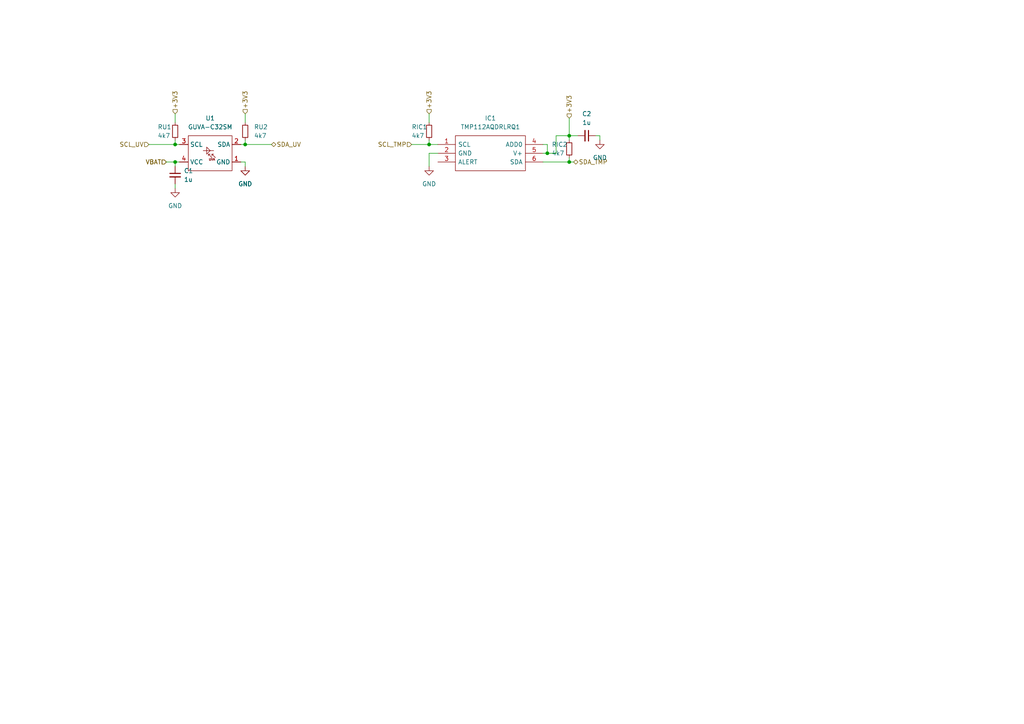
<source format=kicad_sch>
(kicad_sch (version 20211123) (generator eeschema)
  (paper "A4")
  (lib_symbols
    (symbol "Device:C_Small" (pin_numbers hide) (pin_names (offset 0.254) hide)
      (property "Reference" "C" (at 0.254 1.778 0))
      (property "Value" "C_Small" (at 0.254 -2.032 0))
      (symbol "C_Small_0_1"
        (polyline (pts (xy -1.524 -0.508) (xy 1.524 -0.508)) (stroke (width 0.3302)))
        (polyline (pts (xy -1.524 0.508) (xy 1.524 0.508)) (stroke (width 0.3048)))
      )
      (symbol "C_Small_1_1"
        (pin passive line (at 0 2.54 270) (length 2.032) (name "~") (number "1"))
        (pin passive line (at 0 -2.54 90) (length 2.032) (name "~") (number "2"))
      )
    )
    (symbol "Device:R_Small" (pin_numbers hide) (pin_names (offset 0.254) hide)
      (property "Reference" "R" (at 0.762 0.508 0))
      (property "Value" "R_Small" (at 0.762 -1.016 0))
      (symbol "R_Small_0_1"
        (rectangle (start -0.762 1.778) (end 0.762 -1.778) (stroke (width 0.2032)))
      )
      (symbol "R_Small_1_1"
        (pin passive line (at 0 2.54 270) (length 0.762) (name "~") (number "1"))
        (pin passive line (at 0 -2.54 90) (length 0.762) (name "~") (number "2"))
      )
    )
    (symbol "SamacSys:TMP112AQDRLRQ1" (pin_names (offset 0.762))
      (property "Reference" "IC" (at 26.67 7.62 0))
      (property "Value" "TMP112AQDRLRQ1" (at 26.67 5.08 0))
      (symbol "TMP112AQDRLRQ1_0_0"
        (pin passive line (at 0 0 0) (length 5.08) (name "SCL") (number "1"))
        (pin passive line (at 0 -2.54 0) (length 5.08) (name "GND") (number "2"))
        (pin passive line (at 0 -5.08 0) (length 5.08) (name "ALERT") (number "3"))
        (pin passive line (at 30.48 0 180) (length 5.08) (name "ADD0") (number "4"))
        (pin passive line (at 30.48 -2.54 180) (length 5.08) (name "V+") (number "5"))
        (pin passive line (at 30.48 -5.08 180) (length 5.08) (name "SDA") (number "6"))
      )
      (symbol "TMP112AQDRLRQ1_0_1"
        (polyline (pts (xy 5.08 2.54) (xy 25.4 2.54) (xy 25.4 -7.62) (xy 5.08 -7.62) (xy 5.08 2.54)) (stroke (width 0.1524)))
      )
    )
    (symbol "USER_Optic:GUVA-C32SM"
      (property "Reference" "U" (at 0 8.89 0))
      (property "Value" "GUVA-C32SM" (at 0 6.35 0))
      (symbol "GUVA-C32SM_0_0"
        (polyline (pts (xy -0.508 0.254) (xy -1.524 1.27)))
        (polyline (pts (xy 0.508 0.254) (xy -0.508 1.27)))
        (polyline (pts (xy -0.508 0.762) (xy -0.508 0.254) (xy -1.016 0.254)))
        (polyline (pts (xy 0 0.254) (xy 0.508 0.254) (xy 0.508 0.762)))
        (text "UVA" (at -0.508 1.778 0) (effects (font (size 0.635 0.635))))
      )
      (symbol "GUVA-C32SM_0_1"
        (rectangle (start -6.35 5.08) (end 6.35 -5.08))
        (polyline (pts (xy -1.016 -0.762) (xy 2.032 -0.762)))
        (polyline (pts (xy 1.016 -1.778) (xy 0 -0.762)))
        (polyline (pts (xy 0 -0.762) (xy 1.016 0.254) (xy 1.016 -1.778)))
      )
      (symbol "GUVA-C32SM_1_1"
        (pin power_in line (at -8.89 2.54 0) (length 2.54) (name "GND") (number "1"))
        (pin bidirectional line (at -8.89 -2.54 0) (length 2.54) (name "SDA") (number "2"))
        (pin input line (at 8.89 -2.54 180) (length 2.54) (name "SCL") (number "3"))
        (pin power_in line (at 8.89 2.54 180) (length 2.54) (name "VCC") (number "4"))
      )
    )
    (symbol "power:GND" (power) (pin_names (offset 0))
      (property "Value" "GND" (at 0 -3.81 0))
      (symbol "GND_0_1"
        (polyline (pts (xy 0 0) (xy 0 -1.27) (xy 1.27 -1.27) (xy 0 -2.54) (xy -1.27 -1.27) (xy 0 -1.27)))
      )
      (symbol "GND_1_1"
        (pin power_in line (at 0 0 270) (length 0) hide (name "GND") (number "1"))
      )
    )
  )
  (junction (at 158.75 44.45))
  (junction (at 165.1 39.37))
  (junction (at 71.12 41.91))
  (junction (at 124.46 41.91))
  (junction (at 165.1 46.99))
  (junction (at 50.8 41.91))
  (junction (at 50.8 46.99))
  (wire (pts (xy 50.8 53.34) (xy 50.8 54.61)))
  (wire (pts (xy 71.12 33.02) (xy 71.12 35.56)))
  (wire (pts (xy 50.8 46.99) (xy 52.07 46.99)))
  (wire (pts (xy 157.48 44.45) (xy 158.75 44.45)))
  (wire (pts (xy 48.26 46.99) (xy 50.8 46.99)))
  (wire (pts (xy 165.1 45.72) (xy 165.1 46.99)))
  (wire (pts (xy 71.12 40.64) (xy 71.12 41.91)))
  (wire (pts (xy 124.46 41.91) (xy 127 41.91)))
  (wire (pts (xy 71.12 41.91) (xy 78.74 41.91)))
  (wire (pts (xy 157.48 41.91) (xy 158.75 41.91)))
  (wire (pts (xy 165.1 39.37) (xy 167.64 39.37)))
  (wire (pts (xy 119.38 41.91) (xy 124.46 41.91)))
  (wire (pts (xy 166.37 46.99) (xy 165.1 46.99)))
  (wire (pts (xy 50.8 33.02) (xy 50.8 35.56)))
  (wire (pts (xy 124.46 40.64) (xy 124.46 41.91)))
  (wire (pts (xy 69.85 46.99) (xy 71.12 46.99)))
  (wire (pts (xy 124.46 33.02) (xy 124.46 35.56)))
  (wire (pts (xy 161.29 44.45) (xy 161.29 39.37)))
  (wire (pts (xy 165.1 46.99) (xy 157.48 46.99)))
  (wire (pts (xy 50.8 41.91) (xy 52.07 41.91)))
  (wire (pts (xy 172.72 39.37) (xy 173.99 39.37)))
  (wire (pts (xy 158.75 41.91) (xy 158.75 44.45)))
  (wire (pts (xy 50.8 46.99) (xy 50.8 48.26)))
  (wire (pts (xy 161.29 39.37) (xy 165.1 39.37)))
  (wire (pts (xy 127 44.45) (xy 124.46 44.45)))
  (wire (pts (xy 43.18 41.91) (xy 50.8 41.91)))
  (wire (pts (xy 173.99 39.37) (xy 173.99 40.64)))
  (wire (pts (xy 158.75 44.45) (xy 161.29 44.45)))
  (wire (pts (xy 50.8 40.64) (xy 50.8 41.91)))
  (wire (pts (xy 71.12 46.99) (xy 71.12 48.26)))
  (wire (pts (xy 69.85 41.91) (xy 71.12 41.91)))
  (wire (pts (xy 165.1 34.29) (xy 165.1 39.37)))
  (wire (pts (xy 165.1 39.37) (xy 165.1 40.64)))
  (wire (pts (xy 124.46 44.45) (xy 124.46 48.26)))
  (hierarchical_label "VBAT" (shape input) (at 48.26 46.99 180))
  (hierarchical_label "VBAT" (shape input) (at 48.26 46.99 180))
  (hierarchical_label "SDA_TMP" (shape bidirectional) (at 166.37 46.99 0))
  (hierarchical_label "SDA_UV" (shape bidirectional) (at 78.74 41.91 0))
  (hierarchical_label "+3V3" (shape input) (at 165.1 34.29 90))
  (hierarchical_label "+3V3" (shape input) (at 50.8 33.02 90))
  (hierarchical_label "SCL_TMP" (shape input) (at 119.38 41.91 180))
  (hierarchical_label "+3V3" (shape input) (at 124.46 33.02 90))
  (hierarchical_label "+3V3" (shape input) (at 71.12 33.02 90))
  (hierarchical_label "SCL_UV" (shape input) (at 43.18 41.91 180))
  (symbol (lib_id "power:GND") (at 71.12 48.26 0) (unit 1)
    (property "Reference" "#PWR03" (effects hide))
    (property "Value" "GND" (at 71.12 53.34 0))
  )
  (symbol (lib_id "power:GND") (at 124.46 48.26 0) (unit 1)
    (property "Reference" "#PWR0101" (effects hide))
    (property "Value" "GND" (at 124.46 53.34 0))
  )
  (symbol (lib_id "Device:C_Small") (at 170.18 39.37 270) (unit 1)
    (property "Reference" "C2" (at 170.1736 33.02 90))
    (property "Value" "1u" (at 170.1736 35.56 90))
    (property "Footprint" "Capacitor_SMD:C_0603_1608Metric" (effects hide))
  )
  (symbol (lib_id "Device:R_Small") (at 124.46 38.1 0) (unit 1)
    (property "Reference" "RIC1" (at 119.38 36.83 0) (effects (justify left)))
    (property "Value" "4k7" (at 119.38 39.37 0) (effects (justify left)))
    (property "Footprint" "Resistor_SMD:R_0603_1608Metric" (effects hide))
  )
  (symbol (lib_id "power:GND") (at 173.99 40.64 0) (unit 1)
    (property "Reference" "#PWR0102" (effects hide))
    (property "Value" "GND" (at 173.99 45.72 0))
  )
  (symbol (lib_id "power:GND") (at 71.12 48.26 0) (unit 1)
    (property "Reference" "#PWR04" (effects hide))
    (property "Value" "GND" (at 71.12 53.34 0))
  )
  (symbol (lib_id "Device:C_Small") (at 50.8 50.8 0) (unit 1)
    (property "Reference" "C1" (at 53.34 49.5362 0) (effects (justify left)))
    (property "Value" "1u" (at 53.34 52.0762 0) (effects (justify left)))
    (property "Footprint" "Capacitor_SMD:C_0603_1608Metric" (effects hide))
  )
  (symbol (lib_id "Device:R_Small") (at 165.1 43.18 0) (unit 1)
    (property "Reference" "RIC2" (at 160.02 41.91 0) (effects (justify left)))
    (property "Value" "4k7" (at 160.02 44.45 0) (effects (justify left)))
    (property "Footprint" "Resistor_SMD:R_0603_1608Metric" (effects hide))
  )
  (symbol (lib_id "Device:R_Small") (at 50.8 38.1 0) (unit 1)
    (property "Reference" "RU1" (at 45.72 36.83 0) (effects (justify left)))
    (property "Value" "4k7" (at 45.72 39.37 0) (effects (justify left)))
    (property "Footprint" "Resistor_SMD:R_0603_1608Metric" (effects hide))
  )
  (symbol (lib_id "USER_Optic:GUVA-C32SM") (at 60.96 44.45 180) (unit 1)
    (property "Reference" "U1" (at 60.96 34.29 0))
    (property "Value" "GUVA-C32SM" (at 60.96 36.83 0))
    (property "Footprint" "Package_SO:SO-4_4.4x3.6mm_P2.54mm" (effects hide))
  )
  (symbol (lib_id "Device:R_Small") (at 71.12 38.1 0) (unit 1)
    (property "Reference" "RU2" (at 73.66 36.8299 0) (effects (justify left)))
    (property "Value" "4k7" (at 73.66 39.3699 0) (effects (justify left)))
    (property "Footprint" "Resistor_SMD:R_0603_1608Metric" (effects hide))
  )
  (symbol (lib_id "SamacSys:TMP112AQDRLRQ1") (at 127 41.91 0) (unit 1)
    (property "Reference" "IC1" (at 142.24 34.29 0))
    (property "Value" "TMP112AQDRLRQ1" (at 142.24 36.83 0))
    (property "Footprint" "Package_TO_SOT_SMD:SOT-563" (effects hide))
    (property "Datasheet" "http://www.ti.com/lit/gpn/tmp112-q1" (effects hide))
    (property "Description" "Automotive Grade, 1.4V-Capable +/-0.5C Temperature Sensor with Alert Function and I2C/SMBus" (effects hide))
    (property "Height" "0.6" (effects hide))
    (property "Mouser Part Number" "595-TMP112AQDRLRQ1" (effects hide))
    (property "Mouser Price/Stock" "https://www.mouser.co.uk/ProductDetail/Texas-Instruments/TMP112AQDRLRQ1?qs=asCBFxFfL1Q5YmJCm%252BGnCQ%3D%3D" (effects hide))
    (property "Manufacturer_Name" "Texas Instruments" (effects hide))
    (property "Manufacturer_Part_Number" "TMP112AQDRLRQ1" (effects hide))
  )
  (symbol (lib_id "power:GND") (at 50.8 54.61 0) (unit 1)
    (property "Reference" "#PWR02" (effects hide))
    (property "Value" "GND" (at 50.8 59.69 0))
  )
)
</source>
